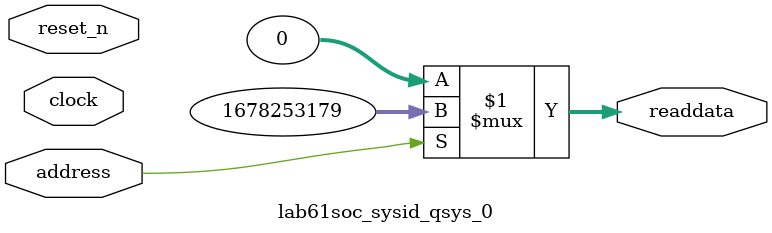
<source format=v>



// synthesis translate_off
`timescale 1ns / 1ps
// synthesis translate_on

// turn off superfluous verilog processor warnings 
// altera message_level Level1 
// altera message_off 10034 10035 10036 10037 10230 10240 10030 

module lab61soc_sysid_qsys_0 (
               // inputs:
                address,
                clock,
                reset_n,

               // outputs:
                readdata
             )
;

  output  [ 31: 0] readdata;
  input            address;
  input            clock;
  input            reset_n;

  wire    [ 31: 0] readdata;
  //control_slave, which is an e_avalon_slave
  assign readdata = address ? 1678253179 : 0;

endmodule



</source>
